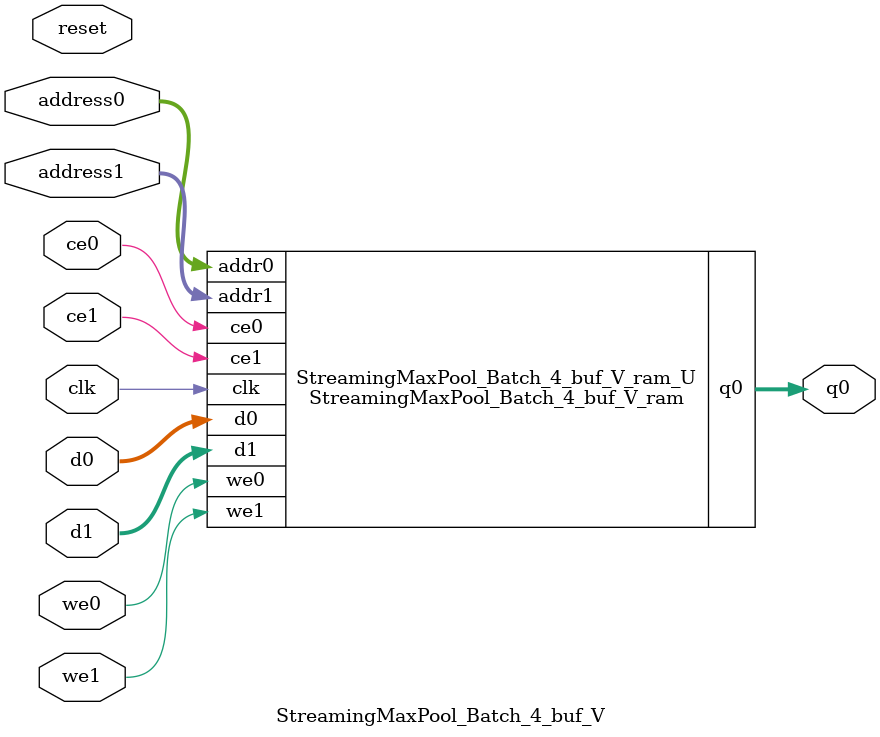
<source format=v>
`timescale 1 ns / 1 ps
module StreamingMaxPool_Batch_4_buf_V_ram (addr0, ce0, d0, we0, q0, addr1, ce1, d1, we1,  clk);

parameter DWIDTH = 256;
parameter AWIDTH = 3;
parameter MEM_SIZE = 8;

input[AWIDTH-1:0] addr0;
input ce0;
input[DWIDTH-1:0] d0;
input we0;
output reg[DWIDTH-1:0] q0;
input[AWIDTH-1:0] addr1;
input ce1;
input[DWIDTH-1:0] d1;
input we1;
input clk;

reg [DWIDTH-1:0] ram[0:MEM_SIZE-1];




always @(posedge clk)  
begin 
    if (ce0) begin
        if (we0) 
            ram[addr0] <= d0; 
        q0 <= ram[addr0];
    end
end


always @(posedge clk)  
begin 
    if (ce1) begin
        if (we1) 
            ram[addr1] <= d1; 
    end
end


endmodule

`timescale 1 ns / 1 ps
module StreamingMaxPool_Batch_4_buf_V(
    reset,
    clk,
    address0,
    ce0,
    we0,
    d0,
    q0,
    address1,
    ce1,
    we1,
    d1);

parameter DataWidth = 32'd256;
parameter AddressRange = 32'd8;
parameter AddressWidth = 32'd3;
input reset;
input clk;
input[AddressWidth - 1:0] address0;
input ce0;
input we0;
input[DataWidth - 1:0] d0;
output[DataWidth - 1:0] q0;
input[AddressWidth - 1:0] address1;
input ce1;
input we1;
input[DataWidth - 1:0] d1;



StreamingMaxPool_Batch_4_buf_V_ram StreamingMaxPool_Batch_4_buf_V_ram_U(
    .clk( clk ),
    .addr0( address0 ),
    .ce0( ce0 ),
    .we0( we0 ),
    .d0( d0 ),
    .q0( q0 ),
    .addr1( address1 ),
    .ce1( ce1 ),
    .we1( we1 ),
    .d1( d1 ));

endmodule


</source>
